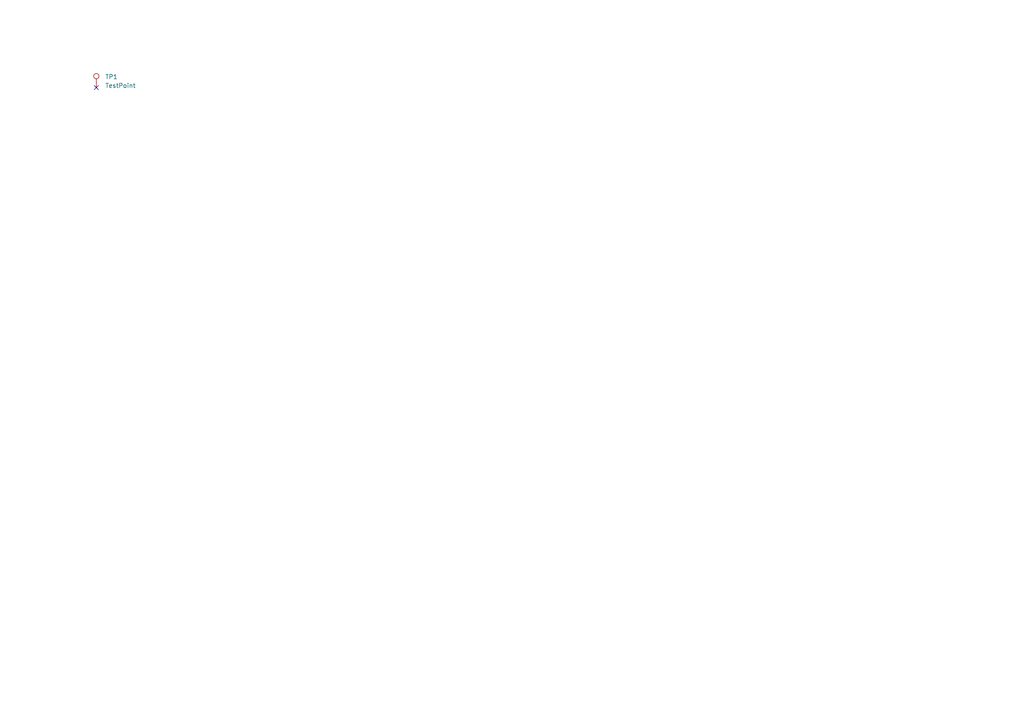
<source format=kicad_sch>
(kicad_sch (version 20210621) (generator eeschema)
  (paper "A4")
  (lib_symbols
    (symbol "Connector:TestPoint" (pin_numbers hide) (pin_names (offset 0.762) hide)
      (property "Reference" "TP" (at 0 6.858 0))
      (property "Value" "TestPoint" (at 0 5.08 0))
      (symbol "TestPoint_0_1"
        (circle (center 0 3.302) (radius 0.762))
      )
      (symbol "TestPoint_1_1"
        (pin passive line (at 0 0 90) (length 2.54) (name "1") (number "1"))
      )
    )
  )
  (no_connect (at 27.94 25.4))
  (symbol (lib_id "Connector:TestPoint") (at 27.94 25.4 0) (unit 1)
    (property "Reference" "TP1" (at 30.48 22.2884 0) (effects (justify left)))
    (property "Value" "TestPoint" (at 30.48 24.8284 0) (effects (justify left)))
  )
)
</source>
